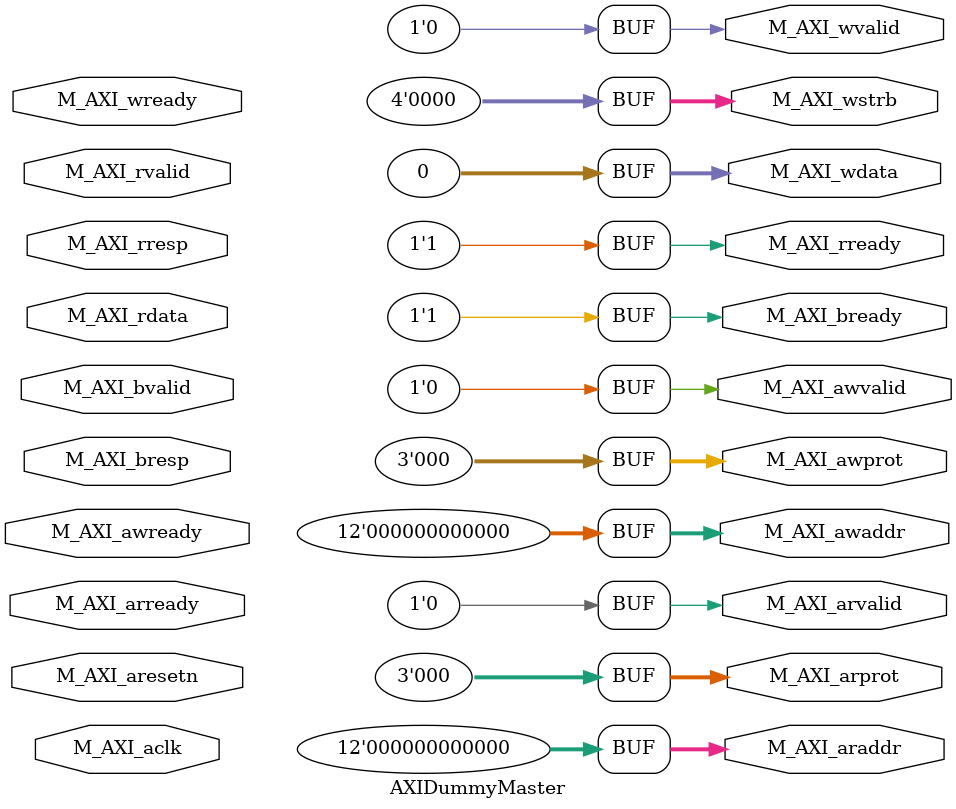
<source format=v>
module AXIDummyMaster(M_AXI_aclk,
		M_AXI_aresetn,
		M_AXI_arvalid,
		M_AXI_arready,
		M_AXI_araddr,
		M_AXI_arprot,
		M_AXI_rready,
		M_AXI_rvalid,
		M_AXI_rdata,
		M_AXI_rresp,
		M_AXI_awready,
		M_AXI_awvalid,
		M_AXI_awaddr,
		M_AXI_awprot,
		M_AXI_wready,
		M_AXI_wvalid,
		M_AXI_wdata,
		M_AXI_wstrb,
		M_AXI_bvalid,
		M_AXI_bready,
		M_AXI_bresp);

	input M_AXI_aclk;
	input M_AXI_aresetn;

	output M_AXI_arvalid;
	input  M_AXI_arready;
	output [11:0] M_AXI_araddr;
	output [2:0] M_AXI_arprot;

	output M_AXI_rready;
	input  M_AXI_rvalid;
	input  [31:0] M_AXI_rdata;
	input  [1:0] M_AXI_rresp;

	input  M_AXI_awready;
	output M_AXI_awvalid;
	output [11:0] M_AXI_awaddr;
	output [2:0] M_AXI_awprot;

	input  M_AXI_wready;
	output M_AXI_wvalid;
	output [31:0] M_AXI_wdata;
	output [3:0] M_AXI_wstrb;

	input  M_AXI_bvalid;
	output M_AXI_bready;
	input  [1:0] M_AXI_bresp;

	assign M_AXI_arvalid = 0;
	assign M_AXI_araddr = 0;
	assign M_AXI_arprot = 0;

	assign M_AXI_rready = 1;

	assign M_AXI_awvalid = 0;
	assign M_AXI_awaddr = 0;
	assign M_AXI_awprot = 0;

	assign M_AXI_wvalid = 0;
	assign M_AXI_wdata = 0;
	assign M_AXI_wstrb = 0;

	assign M_AXI_bready = 1;
endmodule


</source>
